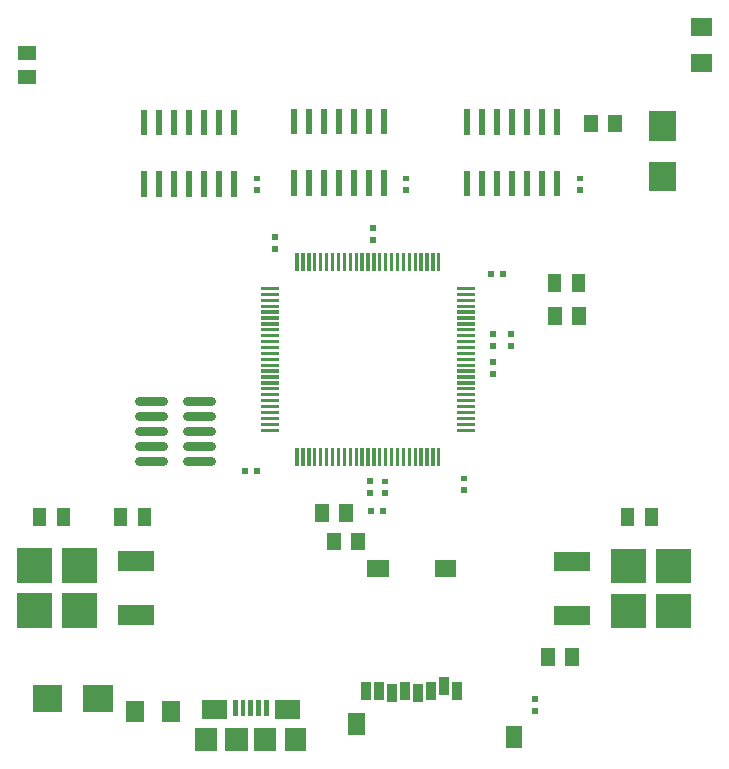
<source format=gtp>
G04 start of page 15 for group -4015 idx -4015 *
G04 Title: (unknown), toppaste *
G04 Creator: pcb 20110918 *
G04 CreationDate: Wed 07 May 2014 09:59:53 GMT UTC *
G04 For: michael *
G04 Format: Gerber/RS-274X *
G04 PCB-Dimensions: 275000 304000 *
G04 PCB-Coordinate-Origin: lower left *
%MOIN*%
%FSLAX25Y25*%
%LNTOPPASTE*%
%ADD158R,0.0906X0.0906*%
%ADD157R,0.0600X0.0600*%
%ADD156R,0.0110X0.0110*%
%ADD155C,0.0290*%
%ADD154R,0.0650X0.0650*%
%ADD153R,0.0551X0.0551*%
%ADD152R,0.0315X0.0315*%
%ADD151R,0.0709X0.0709*%
%ADD150R,0.0630X0.0630*%
%ADD149R,0.0158X0.0158*%
%ADD148C,0.0001*%
%ADD147R,0.0200X0.0200*%
%ADD146R,0.0450X0.0450*%
G54D146*X219200Y160400D02*Y159000D01*
X211200Y160400D02*Y159000D01*
G54D147*X154300Y227750D02*Y221250D01*
X149300Y227750D02*Y221250D01*
X144300Y227750D02*Y221250D01*
X139300Y227750D02*Y221250D01*
X134300Y227750D02*Y221250D01*
X129300Y227750D02*Y221250D01*
X124300Y227750D02*Y221250D01*
Y207250D02*Y200750D01*
X129300Y207250D02*Y200750D01*
X134300Y207250D02*Y200750D01*
X139300Y207250D02*Y200750D01*
X144300Y207250D02*Y200750D01*
X149300Y207250D02*Y200750D01*
X154300Y207250D02*Y200750D01*
G54D148*G36*
X203516Y29048D02*Y27079D01*
X205484D01*
Y29048D01*
X203516D01*
G37*
G36*
Y32984D02*Y31015D01*
X205484D01*
Y32984D01*
X203516D01*
G37*
G54D147*X212000Y227500D02*Y221000D01*
X207000Y227500D02*Y221000D01*
X202000Y227500D02*Y221000D01*
X197000Y227500D02*Y221000D01*
X192000Y227500D02*Y221000D01*
X187000Y227500D02*Y221000D01*
X182000Y227500D02*Y221000D01*
Y207000D02*Y200500D01*
X187000Y207000D02*Y200500D01*
X192000Y207000D02*Y200500D01*
X197000Y207000D02*Y200500D01*
X202000Y207000D02*Y200500D01*
X207000Y207000D02*Y200500D01*
X212000Y207000D02*Y200500D01*
X104200Y227350D02*Y220850D01*
X99200Y227350D02*Y220850D01*
X94200Y227350D02*Y220850D01*
X89200Y227350D02*Y220850D01*
X84200Y227350D02*Y220850D01*
X79200Y227350D02*Y220850D01*
X74200Y227350D02*Y220850D01*
Y206850D02*Y200350D01*
X79200Y206850D02*Y200350D01*
X84200Y206850D02*Y200350D01*
X89200Y206850D02*Y200350D01*
X94200Y206850D02*Y200350D01*
X99200Y206850D02*Y200350D01*
X104200Y206850D02*Y200350D01*
G54D146*X137641Y85178D02*Y83778D01*
X145641Y85178D02*Y83778D01*
X219159Y171422D02*Y170022D01*
X211159Y171422D02*Y170022D01*
X235500Y93200D02*Y91800D01*
X243500Y93200D02*Y91800D01*
G54D149*X109882Y30870D02*Y27130D01*
X115000Y30870D02*Y27130D01*
X104764Y30870D02*Y27130D01*
X112441Y30870D02*Y27130D01*
X107323Y30870D02*Y27130D01*
G54D150*X96693Y28508D02*X98661D01*
X121102D02*X123071D01*
G54D151*X94921Y18665D02*Y18271D01*
G54D148*G36*
X101417Y22208D02*Y14728D01*
X108897D01*
Y22208D01*
X101417D01*
G37*
G36*
X110866D02*Y14728D01*
X118346D01*
Y22208D01*
X110866D01*
G37*
G54D151*X124842Y18665D02*Y18271D01*
G54D146*X133600Y94600D02*Y93200D01*
X141600Y94600D02*Y93200D01*
G54D152*X178643Y36044D02*Y33288D01*
X174312Y37619D02*Y34863D01*
X169982Y36044D02*Y33288D01*
X165651Y35256D02*Y32500D01*
X161320Y36044D02*Y33288D01*
X156990Y35256D02*Y32500D01*
X152659Y36044D02*Y33288D01*
X148328Y36044D02*Y33288D01*
G54D153*X145179Y24626D02*Y22658D01*
X151478Y75414D02*X153053D01*
X173919D02*X175494D01*
X197541Y20296D02*Y18327D01*
G54D148*G36*
X32073Y82262D02*Y70762D01*
X43573D01*
Y82262D01*
X32073D01*
G37*
G36*
Y67262D02*Y55762D01*
X43573D01*
Y67262D01*
X32073D01*
G37*
G36*
X47073Y82262D02*Y70762D01*
X58573D01*
Y82262D01*
X47073D01*
G37*
G36*
Y67262D02*Y55762D01*
X58573D01*
Y67262D01*
X47073D01*
G37*
G54D154*X68823Y78012D02*X74323D01*
X68823Y60012D02*X74323D01*
G54D148*G36*
X245044Y66970D02*Y55470D01*
X256544D01*
Y66970D01*
X245044D01*
G37*
G36*
Y81970D02*Y70470D01*
X256544D01*
Y81970D01*
X245044D01*
G37*
G36*
X230044Y66970D02*Y55470D01*
X241544D01*
Y66970D01*
X230044D01*
G37*
G36*
Y81970D02*Y70470D01*
X241544D01*
Y81970D01*
X230044D01*
G37*
G54D154*X214294Y59720D02*X219794D01*
X214294Y77720D02*X219794D01*
G54D155*X88578Y111191D02*X96678D01*
X88578Y116191D02*X96678D01*
X88578Y121191D02*X96678D01*
X88578Y126191D02*X96678D01*
X88578Y131191D02*X96678D01*
X72578Y111191D02*X80678D01*
X72578Y116191D02*X80678D01*
X72578Y121191D02*X80678D01*
X72578Y126191D02*X80678D01*
X72578Y131191D02*X80678D01*
G54D156*X113933Y168800D02*X118831D01*
X113933Y166832D02*X118831D01*
X113933Y164863D02*X118831D01*
X113933Y162895D02*X118831D01*
X113933Y160926D02*X118831D01*
X113933Y158958D02*X118831D01*
X113933Y156989D02*X118831D01*
X113933Y155021D02*X118831D01*
X113933Y153052D02*X118831D01*
X113933Y151084D02*X118831D01*
X113933Y149115D02*X118831D01*
X113933Y147147D02*X118831D01*
X113933Y145178D02*X118831D01*
X113933Y143210D02*X118831D01*
X113933Y141241D02*X118831D01*
X113933Y139273D02*X118831D01*
X113933Y137304D02*X118831D01*
X113933Y135336D02*X118831D01*
X113933Y133367D02*X118831D01*
X113933Y131399D02*X118831D01*
X113933Y129430D02*X118831D01*
X113933Y127462D02*X118831D01*
X113933Y125493D02*X118831D01*
X113933Y123525D02*X118831D01*
X113933Y121556D02*X118831D01*
X125319Y115068D02*Y110170D01*
X127287Y115068D02*Y110170D01*
X129256Y115068D02*Y110170D01*
X131224Y115068D02*Y110170D01*
X133193Y115068D02*Y110170D01*
X135161Y115068D02*Y110170D01*
X137130Y115068D02*Y110170D01*
X139098Y115068D02*Y110170D01*
X141067Y115068D02*Y110170D01*
X143035Y115068D02*Y110170D01*
X145004Y115068D02*Y110170D01*
X146972Y115068D02*Y110170D01*
X148941Y115068D02*Y110170D01*
X150909Y115068D02*Y110170D01*
X152878Y115068D02*Y110170D01*
X154846Y115068D02*Y110170D01*
X156815Y115068D02*Y110170D01*
X158783Y115068D02*Y110170D01*
X160752Y115068D02*Y110170D01*
X162720Y115068D02*Y110170D01*
X164689Y115068D02*Y110170D01*
X166657Y115068D02*Y110170D01*
X168626Y115068D02*Y110170D01*
X170594Y115068D02*Y110170D01*
X172563Y115068D02*Y110170D01*
X179051Y121556D02*X183949D01*
X179051Y123524D02*X183949D01*
X179051Y125493D02*X183949D01*
X179051Y127461D02*X183949D01*
X179051Y129430D02*X183949D01*
X179051Y131398D02*X183949D01*
X179051Y133367D02*X183949D01*
X179051Y135335D02*X183949D01*
X179051Y137304D02*X183949D01*
X179051Y139272D02*X183949D01*
X179051Y141241D02*X183949D01*
X179051Y143209D02*X183949D01*
X179051Y145178D02*X183949D01*
X179051Y147146D02*X183949D01*
X179051Y149115D02*X183949D01*
X179051Y151083D02*X183949D01*
X179051Y153052D02*X183949D01*
X179051Y155020D02*X183949D01*
X179051Y156989D02*X183949D01*
X179051Y158957D02*X183949D01*
X179051Y160926D02*X183949D01*
X179051Y162894D02*X183949D01*
X179051Y164863D02*X183949D01*
X179051Y166831D02*X183949D01*
X179051Y168800D02*X183949D01*
X172563Y180186D02*Y175288D01*
X170595Y180186D02*Y175288D01*
X168626Y180186D02*Y175288D01*
X166658Y180186D02*Y175288D01*
X164689Y180186D02*Y175288D01*
X162721Y180186D02*Y175288D01*
X160752Y180186D02*Y175288D01*
X158784Y180186D02*Y175288D01*
X156815Y180186D02*Y175288D01*
X154847Y180186D02*Y175288D01*
X152878Y180186D02*Y175288D01*
X150910Y180186D02*Y175288D01*
X148941Y180186D02*Y175288D01*
X146973Y180186D02*Y175288D01*
X145004Y180186D02*Y175288D01*
X143036Y180186D02*Y175288D01*
X141067Y180186D02*Y175288D01*
X139099Y180186D02*Y175288D01*
X137130Y180186D02*Y175288D01*
X135162Y180186D02*Y175288D01*
X133193Y180186D02*Y175288D01*
X131225Y180186D02*Y175288D01*
X129256Y180186D02*Y175288D01*
X127288Y180186D02*Y175288D01*
X125319Y180186D02*Y175288D01*
G54D157*X83400Y28200D02*Y27200D01*
X71400Y28200D02*Y27200D01*
G54D158*X41677Y32000D02*X42464D01*
X58606D02*X59393D01*
G54D146*X209000Y46700D02*Y45300D01*
X217000Y46700D02*Y45300D01*
X223241Y224478D02*Y223078D01*
X231241Y224478D02*Y223078D01*
X34500Y239300D02*X35900D01*
X34500Y247300D02*X35900D01*
X47500Y93200D02*Y91800D01*
X39500Y93200D02*Y91800D01*
G54D148*G36*
X107016Y108984D02*Y107016D01*
X108984D01*
Y108984D01*
X107016D01*
G37*
G36*
X110953D02*Y107016D01*
X112921D01*
Y108984D01*
X110953D01*
G37*
G36*
X152952Y95484D02*Y93516D01*
X154922D01*
Y95484D01*
X152952D01*
G37*
G36*
X149016D02*Y93516D01*
X150984D01*
Y95484D01*
X149016D01*
G37*
G36*
X195516Y154484D02*Y152516D01*
X197484D01*
Y154484D01*
X195516D01*
G37*
G36*
Y150548D02*Y148578D01*
X197484D01*
Y150548D01*
X195516D01*
G37*
G36*
X153722Y101498D02*Y99528D01*
X155690D01*
Y101498D01*
X153722D01*
G37*
G36*
Y105434D02*Y103466D01*
X155690D01*
Y105434D01*
X153722D01*
G37*
G36*
X193016Y174484D02*Y172516D01*
X194984D01*
Y174484D01*
X193016D01*
G37*
G36*
X189078D02*Y172516D01*
X191048D01*
Y174484D01*
X189078D01*
G37*
G36*
X111016Y206422D02*Y204452D01*
X112984D01*
Y206422D01*
X111016D01*
G37*
G36*
Y202484D02*Y200516D01*
X112984D01*
Y202484D01*
X111016D01*
G37*
G36*
X218516Y206422D02*Y204452D01*
X220484D01*
Y206422D01*
X218516D01*
G37*
G36*
Y202484D02*Y200516D01*
X220484D01*
Y202484D01*
X218516D01*
G37*
G36*
X149516Y189922D02*Y187952D01*
X151484D01*
Y189922D01*
X149516D01*
G37*
G36*
Y185984D02*Y184016D01*
X151484D01*
Y185984D01*
X149516D01*
G37*
G36*
X148578Y101548D02*Y99578D01*
X150548D01*
Y101548D01*
X148578D01*
G37*
G36*
Y105484D02*Y103516D01*
X150548D01*
Y105484D01*
X148578D01*
G37*
G36*
X160516Y206422D02*Y204452D01*
X162484D01*
Y206422D01*
X160516D01*
G37*
G36*
Y202484D02*Y200516D01*
X162484D01*
Y202484D01*
X160516D01*
G37*
G54D146*X66500Y93200D02*Y91800D01*
X74500Y93200D02*Y91800D01*
G54D148*G36*
X117016Y186984D02*Y185016D01*
X118984D01*
Y186984D01*
X117016D01*
G37*
G36*
Y183048D02*Y181078D01*
X118984D01*
Y183048D01*
X117016D01*
G37*
G36*
X180016Y106421D02*Y104453D01*
X181984D01*
Y106421D01*
X180016D01*
G37*
G36*
Y102484D02*Y100516D01*
X181984D01*
Y102484D01*
X180016D01*
G37*
G36*
X189516Y154484D02*Y152516D01*
X191484D01*
Y154484D01*
X189516D01*
G37*
G36*
Y150548D02*Y148578D01*
X191484D01*
Y150548D01*
X189516D01*
G37*
G36*
X189508Y141178D02*Y139208D01*
X191478D01*
Y141178D01*
X189508D01*
G37*
G36*
Y145114D02*Y143146D01*
X191478D01*
Y145114D01*
X189508D01*
G37*
G54D158*X247000Y206464D02*Y205677D01*
Y223393D02*Y222606D01*
G54D157*X259500Y256000D02*X260500D01*
X259500Y244000D02*X260500D01*
M02*

</source>
